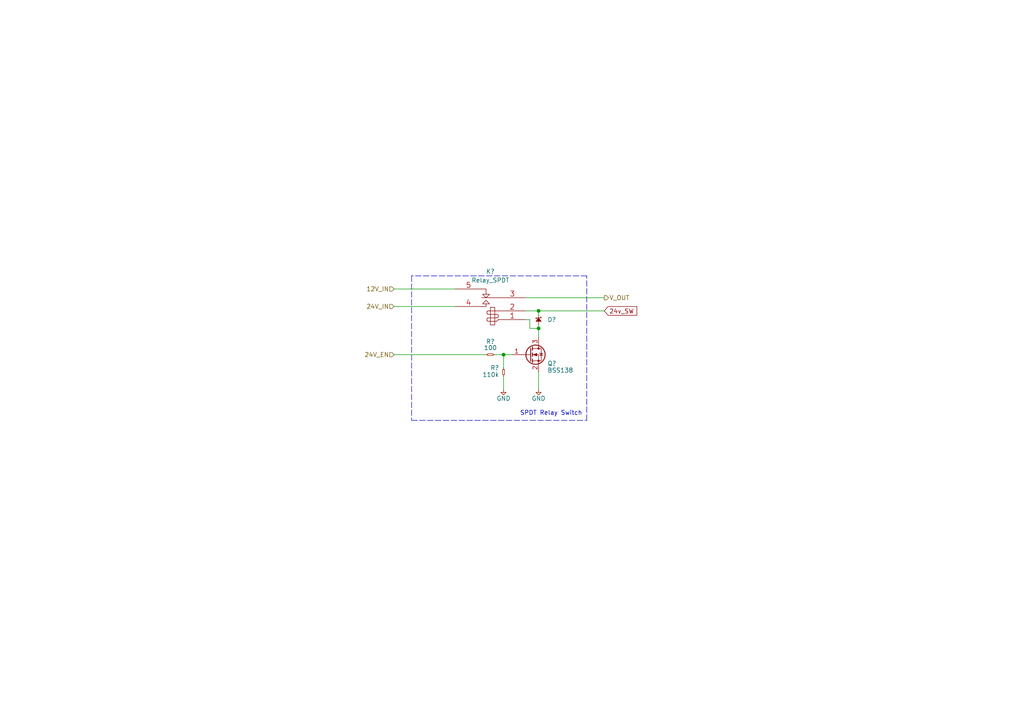
<source format=kicad_sch>
(kicad_sch (version 20211123) (generator eeschema)
  (paper "A4")
  (title_block (title "PROJECT ROYALE") (date "2021-10-23") (rev "1.0") (company "Cambridge University Spaceflight") (comment 1 "Drawn By Henry Franks"))
  (lib_symbols
    (symbol "royale:BSS138" (pin_names hide)
      (property "Reference" "Q" (at 5.08 1.905 0))
      (property "Value" "royale_BSS138" (at 5.08 0 0))
      (symbol "BSS138_0_1"
        (polyline (pts (xy 0.254 0) (xy -2.54 0)))
        (polyline (pts (xy 0.254 1.905) (xy 0.254 -1.905)) (stroke (width 0.254)))
        (polyline (pts (xy 0.762 -1.27) (xy 0.762 -2.286)) (stroke (width 0.254)))
        (polyline (pts (xy 0.762 0.508) (xy 0.762 -0.508)) (stroke (width 0.254)))
        (polyline (pts (xy 0.762 2.286) (xy 0.762 1.27)) (stroke (width 0.254)))
        (polyline (pts (xy 2.54 2.54) (xy 2.54 1.778)))
        (polyline (pts (xy 2.54 -2.54) (xy 2.54 0) (xy 0.762 0)))
        (polyline (pts (xy 0.762 -1.778) (xy 3.302 -1.778) (xy 3.302 1.778) (xy 0.762 1.778)))
        (polyline (pts (xy 1.016 0) (xy 2.032 0.381) (xy 2.032 -0.381) (xy 1.016 0)) (fill (type outline)))
        (polyline (pts (xy 2.794 0.508) (xy 2.921 0.381) (xy 3.683 0.381) (xy 3.81 0.254)))
        (polyline (pts (xy 3.302 0.381) (xy 2.921 -0.254) (xy 3.683 -0.254) (xy 3.302 0.381)))
        (circle (center 1.651 0) (radius 2.794) (stroke (width 0.254)))
        (circle (center 2.54 -1.778) (radius 0.254) (fill (type outline)))
        (circle (center 2.54 1.778) (radius 0.254) (fill (type outline)))
      )
      (symbol "BSS138_1_1"
        (pin input line (at -5.08 0 0) (length 2.54) (name "G") (number "1"))
        (pin passive line (at 2.54 -5.08 90) (length 2.54) (name "S") (number "2"))
        (pin passive line (at 2.54 5.08 270) (length 2.54) (name "D") (number "3"))
      )
    )
    (symbol "royale:Diode_Schottky" (pin_numbers hide) (pin_names (offset 1.016) hide)
      (property "Reference" "D" (at 1.27 1.778 0))
      (symbol "Diode_Schottky_0_1"
        (polyline (pts (xy 0.762 0.762) (xy 0.762 -0.762)))
        (polyline (pts (xy 0.762 -0.762) (xy 1.016 -0.762) (xy 1.016 -0.508)))
        (polyline (pts (xy 0.762 0.762) (xy 0.508 0.762) (xy 0.508 0.508)))
        (polyline (pts (xy 1.778 0.762) (xy 0.762 0) (xy 1.778 -0.762) (xy 1.778 0.762)) (fill (type outline)))
      )
      (symbol "Diode_Schottky_1_1"
        (pin passive line (at 0 0 0) (length 0.762) (name "~") (number "1"))
        (pin passive line (at 2.54 0 180) (length 0.762) (name "~") (number "2"))
      )
    )
    (symbol "royale:GND" (power) (pin_numbers hide) (pin_names (offset 1.016) hide)
      (property "Value" "royale_GND" (at 0 -2.54 0))
      (symbol "GND_0_1"
        (polyline (pts (xy 0 0) (xy 0 -0.762)))
        (polyline (pts (xy -0.762 -0.762) (xy 0.762 -0.762) (xy 0 -1.524) (xy -0.762 -0.762)) (fill (type background)))
      )
      (symbol "GND_1_1"
        (pin power_in line (at 0 0 180) (length 0) hide (name "GND") (number "1"))
      )
    )
    (symbol "royale:R" (pin_numbers hide) (pin_names (offset 1.016) hide)
      (property "Reference" "R" (at 1.27 1.27 0))
      (property "Value" "royale_R" (at 1.27 -1.27 0))
      (symbol "R_0_1"
        (rectangle (start 0.508 0.254) (end 2.032 -0.254) (fill (type background)))
      )
      (symbol "R_1_1"
        (pin passive line (at 0 0 0) (length 0.508) (name "~") (number "1"))
        (pin passive line (at 2.54 0 180) (length 0.508) (name "~") (number "2"))
      )
    )
    (symbol "royale:Relay_SPDT" (pin_names (offset 1.016) hide)
      (property "Reference" "K" (at -1.27 10.16 0))
      (property "Value" "Relay_SPDT" (at 0 -3.81 0))
      (symbol "Relay_SPDT_0_1"
        (polyline (pts (xy -2.54 0) (xy -2.286 0)))
        (polyline (pts (xy -2.54 2.54) (xy -1.27 2.54)))
        (polyline (pts (xy -2.286 0) (xy -1.778 -0.4826)))
        (polyline (pts (xy -2.286 0.7874) (xy -2.286 1.27)))
        (polyline (pts (xy -2.032 0.508) (xy -2.286 0.7874)))
        (polyline (pts (xy -2.032 1.524) (xy -2.286 1.27)))
        (polyline (pts (xy -1.778 -0.4826) (xy -1.27 -0.4826)))
        (polyline (pts (xy -1.27 -1.524) (xy -1.27 3.5814)))
        (polyline (pts (xy -1.27 0.508) (xy -2.032 0.508)))
        (polyline (pts (xy -1.27 0.508) (xy 0 0.508)))
        (polyline (pts (xy -1.27 1.524) (xy -2.032 1.524)))
        (polyline (pts (xy -1.27 2.54) (xy 0 2.54)))
        (polyline (pts (xy -1.27 3.5814) (xy 0 3.5814)))
        (polyline (pts (xy 0 -1.524) (xy -1.27 -1.524)))
        (polyline (pts (xy 0 -0.4826) (xy -1.27 -0.4826)))
        (polyline (pts (xy 0 -0.4826) (xy 0.7366 -0.4826)))
        (polyline (pts (xy 0 0.508) (xy 0.7366 0.508)))
        (polyline (pts (xy 0 1.524) (xy -1.27 1.524)))
        (polyline (pts (xy 0 1.524) (xy 0.7366 1.524)))
        (polyline (pts (xy 0 2.54) (xy 0.7366 2.54)))
        (polyline (pts (xy 0 3.5814) (xy 0 -1.524)))
        (polyline (pts (xy 0.254 4.572) (xy 1.27 5.6134)))
        (polyline (pts (xy 0.254 7.366) (xy 0.9906 7.366)))
        (polyline (pts (xy 0.7366 -0.4826) (xy 0.9906 -0.254)))
        (polyline (pts (xy 0.7366 0.508) (xy 0.9906 0.254)))
        (polyline (pts (xy 0.7366 1.524) (xy 0.9906 1.778)))
        (polyline (pts (xy 0.7366 2.54) (xy 0.9906 2.3114)))
        (polyline (pts (xy 0.9906 -0.254) (xy 0.9906 0.254)))
        (polyline (pts (xy 0.9906 2.3114) (xy 0.9906 1.778)))
        (polyline (pts (xy 0.9906 6.6294) (xy 0.254 7.366)))
        (polyline (pts (xy 0.9906 6.6294) (xy 1.27 6.35)))
        (polyline (pts (xy 0.9906 7.366) (xy 2.2606 7.366)))
        (polyline (pts (xy 1.27 3.81) (xy 1.27 4.572)))
        (polyline (pts (xy 1.27 3.81) (xy 2.54 3.81)))
        (polyline (pts (xy 1.27 5.6134) (xy 2.2606 4.572)))
        (polyline (pts (xy 1.27 6.35) (xy -2.54 6.35)))
        (polyline (pts (xy 1.27 6.35) (xy 1.524 6.35)))
        (polyline (pts (xy 1.27 8.89) (xy 1.27 7.366)))
        (polyline (pts (xy 1.27 8.89) (xy 2.54 8.89)))
        (polyline (pts (xy 1.524 6.35) (xy 2.54 6.35)))
        (polyline (pts (xy 2.2606 4.572) (xy 0.254 4.572)))
        (polyline (pts (xy 2.2606 7.366) (xy 1.27 6.35)))
      )
      (symbol "Relay_SPDT_1_1"
        (pin input line (at -10.16 0 0) (length 7.62) (name "~") (number "1"))
        (pin input line (at -10.16 2.54 0) (length 7.62) (name "~") (number "2"))
        (pin passive line (at -10.16 6.35 0) (length 7.62) (name "~") (number "3"))
        (pin passive line (at 10.16 3.81 180) (length 7.62) (name "~") (number "4"))
        (pin passive line (at 10.16 8.89 180) (length 7.62) (name "~") (number "5"))
      )
    )
  )
  (junction (at 146.05 102.87))
  (junction (at 156.21 90.17))
  (junction (at 156.21 95.25))
  (wire (pts (xy 146.05 109.22) (xy 146.05 113.03)))
  (wire (pts (xy 146.05 102.87) (xy 148.59 102.87)))
  (wire (pts (xy 156.21 90.17) (xy 175.26 90.17)))
  (wire (pts (xy 156.21 93.98) (xy 156.21 95.25)))
  (polyline (pts (xy 119.38 121.92) (xy 170.18 121.92)))
  (wire (pts (xy 114.3 83.82) (xy 132.08 83.82)))
  (polyline (pts (xy 170.18 121.92) (xy 170.18 80.01)))
  (wire (pts (xy 156.21 97.79) (xy 156.21 95.25)))
  (wire (pts (xy 153.67 95.25) (xy 153.67 92.71)))
  (wire (pts (xy 146.05 102.87) (xy 146.05 106.68)))
  (polyline (pts (xy 170.18 80.01) (xy 119.38 80.01)))
  (wire (pts (xy 175.26 86.36) (xy 152.4 86.36)))
  (wire (pts (xy 156.21 95.25) (xy 153.67 95.25)))
  (wire (pts (xy 114.3 88.9) (xy 132.08 88.9)))
  (polyline (pts (xy 119.38 80.01) (xy 119.38 121.92)))
  (wire (pts (xy 114.3 102.87) (xy 140.97 102.87)))
  (wire (pts (xy 143.51 102.87) (xy 146.05 102.87)))
  (wire (pts (xy 156.21 107.95) (xy 156.21 113.03)))
  (wire (pts (xy 152.4 90.17) (xy 156.21 90.17)))
  (wire (pts (xy 156.21 90.17) (xy 156.21 91.44)))
  (wire (pts (xy 153.67 92.71) (xy 152.4 92.71)))
  (text "SPDT Relay Switch" (at 168.91 120.65 180) (effects (font (size 1.27 1.27)) (justify right bottom)))
  (global_label "24v_SW" (shape input) (at 175.26 90.17 0) (property "Intersheet References" "${INTERSHEET_REFS}" (effects hide)))
  (hierarchical_label "24V_IN" (shape input) (at 114.3 88.9 180))
  (hierarchical_label "V_OUT" (shape output) (at 175.26 86.36 0))
  (hierarchical_label "12V_IN" (shape input) (at 114.3 83.82 180))
  (hierarchical_label "24V_EN" (shape input) (at 114.3 102.87 180))
  (symbol (lib_id "royale:GND") (at 146.05 113.03 0)
    (property "Reference" "#PWR?" (effects hide))
    (property "Value" "GND" (at 146.05 115.57 0))
  )
  (symbol (lib_id "royale:GND") (at 156.21 113.03 0)
    (property "Reference" "#PWR?" (effects hide))
    (property "Value" "GND" (at 156.21 115.57 0))
  )
  (symbol (lib_id "royale:BSS138") (at 153.67 102.87 0)
    (property "Reference" "Q?" (at 158.75 105.41 0) (effects (justify left)))
    (property "Value" "BSS138" (at 158.75 106.68 0) (effects (justify left top)))
    (property "Footprint" "royale:BSS138" (effects hide))
    (property "Datasheet" "https://www.onsemi.com/pub/Collateral/BSS138-D.PDF" (effects hide))
  )
  (symbol (lib_id "royale:R") (at 146.05 106.68 90) (mirror x)
    (property "Reference" "R?" (at 144.78 106.68 90) (effects (justify left)))
    (property "Value" "110k" (at 144.78 107.95 90) (effects (justify left top)))
    (property "Footprint" "royale:R_0402" (effects hide))
  )
  (symbol (lib_id "royale:Diode_Schottky") (at 156.21 91.44 270)
    (property "Reference" "D?" (at 158.75 92.71 90) (effects (justify left)))
    (property "Value" "Diode_Schottky" (effects hide))
    (property "Footprint" "royale:D_0402" (effects hide))
  )
  (symbol (lib_id "royale:R") (at 140.97 102.87 0)
    (property "Reference" "R?" (at 142.24 99.06 0))
    (property "Value" "100" (at 142.24 101.6 0) (effects (justify bottom)))
    (property "Footprint" "royale:R_0402" (effects hide))
  )
  (symbol (lib_id "royale:Relay_SPDT") (at 142.24 92.71 0) (mirror y)
    (property "Reference" "K?" (at 142.24 78.74 0))
    (property "Value" "Relay_SPDT" (at 142.24 81.28 0))
  )
)
</source>
